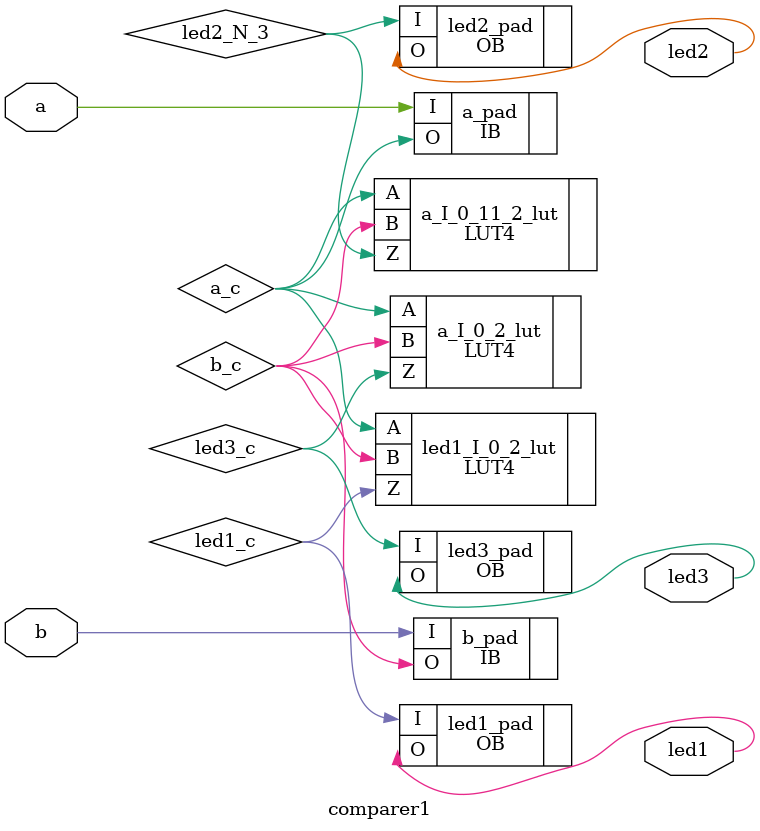
<source format=v>

module comparer1 (a, b, led1, led2, led3) /* synthesis syn_module_defined=1 */ ;   // e:/fpgaproject/stepmxo2/swust/4.comparer1/comparer1.v(13[8:17])
    input a;   // e:/fpgaproject/stepmxo2/swust/4.comparer1/comparer1.v(15[12:13])
    input b;   // e:/fpgaproject/stepmxo2/swust/4.comparer1/comparer1.v(16[12:13])
    output led1;   // e:/fpgaproject/stepmxo2/swust/4.comparer1/comparer1.v(17[13:17])
    output led2;   // e:/fpgaproject/stepmxo2/swust/4.comparer1/comparer1.v(18[13:17])
    output led3;   // e:/fpgaproject/stepmxo2/swust/4.comparer1/comparer1.v(19[13:17])
    
    
    wire a_c, b_c, led1_c, led3_c, led2_N_3, VCC_net, GND_net;
    
    VHI i27 (.Z(VCC_net));
    LUT4 a_I_0_2_lut (.A(a_c), .B(b_c), .Z(led3_c)) /* synthesis lut_function=(!((B)+!A)) */ ;   // e:/fpgaproject/stepmxo2/swust/4.comparer1/comparer1.v(24[15:21])
    defparam a_I_0_2_lut.init = 16'h2222;
    LUT4 a_I_0_11_2_lut (.A(a_c), .B(b_c), .Z(led2_N_3)) /* synthesis lut_function=(A (B)+!A !(B)) */ ;   // e:/fpgaproject/stepmxo2/swust/4.comparer1/comparer1.v(23[16:21])
    defparam a_I_0_11_2_lut.init = 16'h9999;
    PUR PUR_INST (.PUR(VCC_net));
    defparam PUR_INST.RST_PULSE = 1;
    LUT4 led1_I_0_2_lut (.A(a_c), .B(b_c), .Z(led1_c)) /* synthesis lut_function=(!(A+!(B))) */ ;   // e:/fpgaproject/stepmxo2/swust/4.comparer1/comparer1.v(22[15:21])
    defparam led1_I_0_2_lut.init = 16'h4444;
    VLO i32 (.Z(GND_net));
    OB led1_pad (.I(led1_c), .O(led1));   // e:/fpgaproject/stepmxo2/swust/4.comparer1/comparer1.v(17[13:17])
    OB led2_pad (.I(led2_N_3), .O(led2));   // e:/fpgaproject/stepmxo2/swust/4.comparer1/comparer1.v(18[13:17])
    OB led3_pad (.I(led3_c), .O(led3));   // e:/fpgaproject/stepmxo2/swust/4.comparer1/comparer1.v(19[13:17])
    IB a_pad (.I(a), .O(a_c));   // e:/fpgaproject/stepmxo2/swust/4.comparer1/comparer1.v(15[12:13])
    IB b_pad (.I(b), .O(b_c));   // e:/fpgaproject/stepmxo2/swust/4.comparer1/comparer1.v(16[12:13])
    GSR GSR_INST (.GSR(VCC_net));
    TSALL TSALL_INST (.TSALL(GND_net));
    
endmodule
//
// Verilog Description of module PUR
// module not written out since it is a black-box. 
//

//
// Verilog Description of module TSALL
// module not written out since it is a black-box. 
//


</source>
